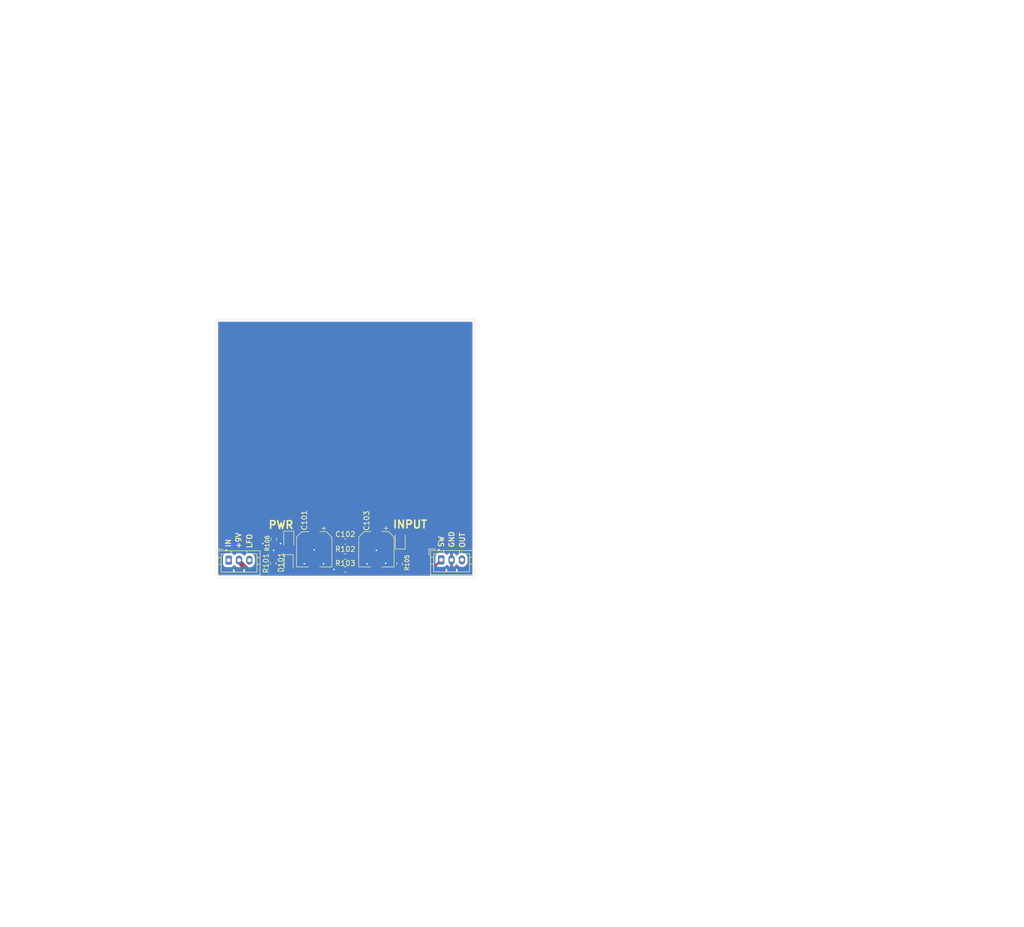
<source format=kicad_pcb>
(kicad_pcb (version 20241229) (generator "pcbnew") (generator_version "9.0")
  (title_block (title "125B Full Board Setup") (rev "1.0"))
  (layers (0 "F.Cu" signal) (2 "B.Cu" signal) (13 "F.Paste" user) (15 "B.Paste" user) (5 "F.SilkS" user "F.Silkscreen") (7 "B.SilkS" user "B.Silkscreen") (1 "F.Mask" user) (3 "B.Mask" user) (25 "Edge.Cuts" user))
  (net 0 "")
  (net 1 "GND")
  (net 2 "+9VA")
  (net 3 "VREF")
  (net 4 "+9V")
  (net 5 "EFFECT_OUT")
  (net 6 "SWITCH")
  (net 7 "EFFECT_IN")
  (net 8 "/Board Basic Setup/INT_SWITCH_LED")
  (net 9 "/Board Basic Setup/INT_PWR_LED")
  (net 10 "Net-(D101-A)")
  (net 11 "SENSE")
  (footprint "Capacitor_SMD:C_0603_1608Metric" (layer "F.Cu") (at 110 117.9)
    (property "Reference" "C102" (at 0 -1.4 0) (layer "F.SilkS"))
    (property "Value" "100nF")
    (fp_line (start -0.14058 -0.51) (end 0.14058 -0.51) (stroke (width 0.12)) (layer "F.SilkS"))
    (fp_line (start -0.14058 0.51) (end 0.14058 0.51) (stroke (width 0.12)) (layer "F.SilkS"))
    (pad "1" smd roundrect (at -0.775 0) (size 0.9 0.95) (layers "F.Cu" "F.Mask" "F.Paste") (net 2 "+9VA"))
    (pad "2" smd roundrect (at 0.775 0) (size 0.9 0.95) (layers "F.Cu" "F.Mask" "F.Paste") (net 1 "GND"))
  )
  (footprint "Capacitor_SMD:CP_Elec_6.3x9.9" (layer "F.Cu") (at 116 119.4 -90)
    (property "Reference" "C103" (at -5.5 1.9 270) (layer "F.SilkS"))
    (property "Value" "100uF")
    (fp_line (start -2.345563 3.41) (end 3.41 3.41) (stroke (width 0.12)) (layer "F.SilkS"))
    (fp_line (start 3.41 3.41) (end 3.41 1.06) (stroke (width 0.12)) (layer "F.SilkS"))
    (fp_line (start -3.41 2.345563) (end -2.345563 3.41) (stroke (width 0.12)) (layer "F.SilkS"))
    (fp_line (start -3.41 2.345563) (end -3.41 1.06) (stroke (width 0.12)) (layer "F.SilkS"))
    (fp_line (start -4.4375 -1.8475) (end -3.65 -1.8475) (stroke (width 0.12)) (layer "F.SilkS"))
    (fp_line (start -4.04375 -2.24125) (end -4.04375 -1.45375) (stroke (width 0.12)) (layer "F.SilkS"))
    (fp_line (start -3.41 -2.345563) (end -3.41 -1.06) (stroke (width 0.12)) (layer "F.SilkS"))
    (fp_line (start -3.41 -2.345563) (end -2.345563 -3.41) (stroke (width 0.12)) (layer "F.SilkS"))
    (fp_line (start -2.345563 -3.41) (end 3.41 -3.41) (stroke (width 0.12)) (layer "F.SilkS"))
    (fp_line (start 3.41 -3.41) (end 3.41 -1.06) (stroke (width 0.12)) (layer "F.SilkS"))
    (pad "1" smd roundrect (at -2.8 0 270) (size 3.5 1.6) (layers "F.Cu" "F.Mask" "F.Paste") (roundrect_rratio 0.15625) (net 3 "VREF"))
    (pad "2" smd roundrect (at 2.8 0 270) (size 3.5 1.6) (layers "F.Cu" "F.Mask" "F.Paste") (roundrect_rratio 0.15625) (net 1 "GND"))
  )
  (footprint "Diode_SMD:D_SOD-323" (layer "F.Cu") (at 99.1 122.05 -90)
    (property "Reference" "D101" (at -0.1 1.5 90) (layer "F.SilkS"))
    (property "Value" "1N5819")
    (fp_line (start -1.61 0.85) (end 1.05 0.85) (stroke (width 0.12)) (layer "F.SilkS"))
    (fp_line (start -1.61 -0.85) (end -1.61 0.85) (stroke (width 0.12)) (layer "F.SilkS"))
    (fp_line (start -1.61 -0.85) (end 1.05 -0.85) (stroke (width 0.12)) (layer "F.SilkS"))
    (pad "1" smd roundrect (at -1.05 0 270) (size 0.6 0.45) (layers "F.Cu" "F.Mask" "F.Paste") (net 2 "+9VA"))
    (pad "2" smd roundrect (at 1.05 0 270) (size 0.6 0.45) (layers "F.Cu" "F.Mask" "F.Paste") (net 10 "Net-(D101-A)"))
  )
  (footprint "Resistor_SMD:R_0603_1608Metric" (layer "F.Cu") (at 120.5 122.2 -90)
    (property "Reference" "R105" (at -0.2 -1.4 90) (layer "F.SilkS") (effects (font (size 0.8 0.8))))
    (property "Value" "4.7K")
    (fp_line (start -0.237258 0.5225) (end 0.237258 0.5225) (stroke (width 0.12)) (layer "F.SilkS"))
    (fp_line (start -0.237258 -0.5225) (end 0.237258 -0.5225) (stroke (width 0.12)) (layer "F.SilkS"))
    (pad "1" smd roundrect (at -0.825 0 270) (size 0.8 0.95) (layers "F.Cu" "F.Mask" "F.Paste") (net 8 "/Board Basic Setup/INT_SWITCH_LED"))
    (pad "2" smd roundrect (at 0.825 0 270) (size 0.8 0.95) (layers "F.Cu" "F.Mask" "F.Paste") (net 6 "SWITCH"))
  )
  (footprint "Resistor_SMD:R_0603_1608Metric" (layer "F.Cu") (at 110 123.3 180)
    (property "Reference" "R103" (at 0 1.2 0) (layer "F.SilkS"))
    (property "Value" "10k")
    (fp_line (start -0.237258 0.5225) (end 0.237258 0.5225) (stroke (width 0.12)) (layer "F.SilkS"))
    (fp_line (start -0.237258 -0.5225) (end 0.237258 -0.5225) (stroke (width 0.12)) (layer "F.SilkS"))
    (pad "1" smd roundrect (at -0.825 0 180) (size 0.8 0.95) (layers "F.Cu" "F.Mask" "F.Paste") (net 3 "VREF"))
    (pad "2" smd roundrect (at 0.825 0 180) (size 0.8 0.95) (layers "F.Cu" "F.Mask" "F.Paste") (net 1 "GND"))
  )
  (footprint "LED_SMD:LED_0805_2012Metric" (layer "F.Cu") (at 99.1 117.6 -90)
    (property "Reference" "D104" (hide yes))
    (property "Value" "LED")
    (property "Control" "PWR" (at -2.9 1.5 0) (layer "F.SilkS") (effects (font (size 1.5 1.5) (thickness 0.3))))
    (fp_line (start -1.685 0.96) (end 1 0.96) (stroke (width 0.12)) (layer "F.SilkS"))
    (fp_line (start -1.685 -0.96) (end -1.685 0.96) (stroke (width 0.12)) (layer "F.SilkS"))
    (fp_line (start 1 -0.96) (end -1.685 -0.96) (stroke (width 0.12)) (layer "F.SilkS"))
    (pad "1" smd roundrect (at -0.9375 0 270) (size 0.975 1.4) (layers "F.Cu" "F.Mask" "F.Paste") (net 9 "/Board Basic Setup/INT_PWR_LED"))
    (pad "2" smd roundrect (at 0.9375 0 270) (size 0.975 1.4) (layers "F.Cu" "F.Mask" "F.Paste") (net 2 "+9VA"))
  )
  (footprint "Capacitor_SMD:CP_Elec_6.3x5.9" (layer "F.Cu") (at 104 119.4 -90)
    (property "Reference" "C101" (at -5.6 1.9 270) (layer "F.SilkS"))
    (property "Value" "100uF")
    (fp_line (start -2.345563 3.41) (end 3.41 3.41) (stroke (width 0.12)) (layer "F.SilkS"))
    (fp_line (start 3.41 3.41) (end 3.41 1.06) (stroke (width 0.12)) (layer "F.SilkS"))
    (fp_line (start -3.41 2.345563) (end -2.345563 3.41) (stroke (width 0.12)) (layer "F.SilkS"))
    (fp_line (start -3.41 2.345563) (end -3.41 1.06) (stroke (width 0.12)) (layer "F.SilkS"))
    (fp_line (start -4.4375 -1.8475) (end -3.65 -1.8475) (stroke (width 0.12)) (layer "F.SilkS"))
    (fp_line (start -4.04375 -2.24125) (end -4.04375 -1.45375) (stroke (width 0.12)) (layer "F.SilkS"))
    (fp_line (start -3.41 -2.345563) (end -3.41 -1.06) (stroke (width 0.12)) (layer "F.SilkS"))
    (fp_line (start -3.41 -2.345563) (end -2.345563 -3.41) (stroke (width 0.12)) (layer "F.SilkS"))
    (fp_line (start -2.345563 -3.41) (end 3.41 -3.41) (stroke (width 0.12)) (layer "F.SilkS"))
    (fp_line (start 3.41 -3.41) (end 3.41 -1.06) (stroke (width 0.12)) (layer "F.SilkS"))
    (pad "1" smd roundrect (at -2.8 0 270) (size 3.5 1.6) (layers "F.Cu" "F.Mask" "F.Paste") (roundrect_rratio 0.15625) (net 2 "+9VA"))
    (pad "2" smd roundrect (at 2.8 0 270) (size 3.5 1.6) (layers "F.Cu" "F.Mask" "F.Paste") (roundrect_rratio 0.15625) (net 1 "GND"))
  )
  (footprint "Resistor_SMD:R_0603_1608Metric" (layer "F.Cu") (at 96.1 122.1 -90)
    (property "Reference" "R101" (at 0 1.4 90) (layer "F.SilkS"))
    (property "Value" "10R")
    (fp_line (start -0.237258 0.5225) (end 0.237258 0.5225) (stroke (width 0.12)) (layer "F.SilkS"))
    (fp_line (start -0.237258 -0.5225) (end 0.237258 -0.5225) (stroke (width 0.12)) (layer "F.SilkS"))
    (pad "1" smd roundrect (at -0.825 0 270) (size 0.8 0.95) (layers "F.Cu" "F.Mask" "F.Paste") (net 10 "Net-(D101-A)"))
    (pad "2" smd roundrect (at 0.825 0 270) (size 0.8 0.95) (layers "F.Cu" "F.Mask" "F.Paste") (net 4 "+9V"))
  )
  (footprint "LED_SMD:LED_0805_2012Metric" (layer "F.Cu") (at 120.6 117.6625 90)
    (property "Reference" "D103" (hide yes))
    (property "Value" "LED")
    (fp_line (start 1 -0.96) (end -1.685 -0.96) (stroke (width 0.12)) (layer "F.SilkS"))
    (fp_line (start -1.685 -0.96) (end -1.685 0.96) (stroke (width 0.12)) (layer "F.SilkS"))
    (fp_line (start -1.685 0.96) (end 1 0.96) (stroke (width 0.12)) (layer "F.SilkS"))
    (pad "1" smd roundrect (at -0.9375 0 90) (size 0.975 1.4) (layers "F.Cu" "F.Mask" "F.Paste") (net 8 "/Board Basic Setup/INT_SWITCH_LED"))
    (pad "2" smd roundrect (at 0.9375 0 90) (size 0.975 1.4) (layers "F.Cu" "F.Mask" "F.Paste") (net 3 "VREF"))
  )
  (footprint "Resistor_SMD:R_0603_1608Metric" (layer "F.Cu") (at 96.2 117.5 -90)
    (property "Reference" "R106" (at 0.75 1.25 90) (layer "F.SilkS") (effects (font (size 0.8 0.8))))
    (property "Value" "10k")
    (fp_line (start -0.237258 0.5225) (end 0.237258 0.5225) (stroke (width 0.12)) (layer "F.SilkS"))
    (fp_line (start -0.237258 -0.5225) (end 0.237258 -0.5225) (stroke (width 0.12)) (layer "F.SilkS"))
    (pad "1" smd roundrect (at -0.825 0 270) (size 0.8 0.95) (layers "F.Cu" "F.Mask" "F.Paste") (net 9 "/Board Basic Setup/INT_PWR_LED"))
    (pad "2" smd roundrect (at 0.825 0 270) (size 0.8 0.95) (layers "F.Cu" "F.Mask" "F.Paste") (net 1 "GND"))
  )
  (footprint "Resistor_SMD:R_0603_1608Metric" (layer "F.Cu") (at 110 120.8)
    (property "Reference" "R102" (at 0 -1.43 0) (layer "F.SilkS"))
    (property "Value" "10k")
    (fp_line (start -0.237258 -0.5225) (end 0.237258 -0.5225) (stroke (width 0.12)) (layer "F.SilkS"))
    (fp_line (start -0.237258 0.5225) (end 0.237258 0.5225) (stroke (width 0.12)) (layer "F.SilkS"))
    (pad "1" smd roundrect (at -0.825 0) (size 0.8 0.95) (layers "F.Cu" "F.Mask" "F.Paste") (net 2 "+9VA"))
    (pad "2" smd roundrect (at 0.825 0) (size 0.8 0.95) (layers "F.Cu" "F.Mask" "F.Paste") (net 3 "VREF"))
  )
  (footprint "Connector_JST:JST_PH_B3B-PH-K_1x03_P2.00mm_Vertical" (layer "F.Cu") (at 128.5 121.45)
    (property "Reference" "J102" (hide yes))
    (property "Value" "Conn_01x03_Socket")
    (fp_line (start -2.36 -2.11) (end -2.36 -0.86) (stroke (width 0.12)) (layer "F.SilkS"))
    (fp_line (start -2.06 -1.81) (end -2.06 2.91) (stroke (width 0.12)) (layer "F.SilkS"))
    (fp_line (start -2.06 -0.5) (end -1.45 -0.5) (stroke (width 0.12)) (layer "F.SilkS"))
    (fp_line (start -2.06 0.8) (end -1.45 0.8) (stroke (width 0.12)) (layer "F.SilkS"))
    (fp_line (start -2.06 2.91) (end 6.06 2.91) (stroke (width 0.12)) (layer "F.SilkS"))
    (fp_line (start -1.45 -1.2) (end -1.45 2.3) (stroke (width 0.12)) (layer "F.SilkS"))
    (fp_line (start -1.45 2.3) (end 5.45 2.3) (stroke (width 0.12)) (layer "F.SilkS"))
    (fp_line (start -1.11 -2.11) (end -2.36 -2.11) (stroke (width 0.12)) (layer "F.SilkS"))
    (fp_line (start -0.6 -2.01) (end -0.6 -1.81) (stroke (width 0.12)) (layer "F.SilkS"))
    (fp_line (start -0.3 -2.01) (end -0.6 -2.01) (stroke (width 0.12)) (layer "F.SilkS"))
    (fp_line (start -0.3 -1.91) (end -0.6 -1.91) (stroke (width 0.12)) (layer "F.SilkS"))
    (fp_line (start -0.3 -1.81) (end -0.3 -2.01) (stroke (width 0.12)) (layer "F.SilkS"))
    (fp_line (start 0.5 -1.81) (end 0.5 -1.2) (stroke (width 0.12)) (layer "F.SilkS"))
    (fp_line (start 0.5 -1.2) (end -1.45 -1.2) (stroke (width 0.12)) (layer "F.SilkS"))
    (fp_line (start 0.9 1.8) (end 1.1 1.8) (stroke (width 0.12)) (layer "F.SilkS"))
    (fp_line (start 0.9 2.3) (end 0.9 1.8) (stroke (width 0.12)) (layer "F.SilkS"))
    (fp_line (start 1 2.3) (end 1 1.8) (stroke (width 0.12)) (layer "F.SilkS"))
    (fp_line (start 1.1 1.8) (end 1.1 2.3) (stroke (width 0.12)) (layer "F.SilkS"))
    (fp_line (start 2.9 1.8) (end 3.1 1.8) (stroke (width 0.12)) (layer "F.SilkS"))
    (fp_line (start 2.9 2.3) (end 2.9 1.8) (stroke (width 0.12)) (layer "F.SilkS"))
    (fp_line (start 3 2.3) (end 3 1.8) (stroke (width 0.12)) (layer "F.SilkS"))
    (fp_line (start 3.1 1.8) (end 3.1 2.3) (stroke (width 0.12)) (layer "F.SilkS"))
    (fp_line (start 3.5 -1.2) (end 3.5 -1.81) (stroke (width 0.12)) (layer "F.SilkS"))
    (fp_line (start 5.45 -1.2) (end 3.5 -1.2) (stroke (width 0.12)) (layer "F.SilkS"))
    (fp_line (start 5.45 2.3) (end 5.45 -1.2) (stroke (width 0.12)) (layer "F.SilkS"))
    (fp_line (start 6.06 -1.81) (end -2.06 -1.81) (stroke (width 0.12)) (layer "F.SilkS"))
    (fp_line (start 6.06 -0.5) (end 5.45 -0.5) (stroke (width 0.12)) (layer "F.SilkS"))
    (fp_line (start 6.06 0.8) (end 5.45 0.8) (stroke (width 0.12)) (layer "F.SilkS"))
    (fp_line (start 6.06 2.91) (end 6.06 -1.81) (stroke (width 0.12)) (layer "F.SilkS"))
    (pad "1" thru_hole roundrect (at 0 0) (size 1.2 1.75) (drill 0.75) (layers "*.Cu" "*.Mask") (roundrect_rratio 0.208333) (net 6 "SWITCH"))
    (pad "2" thru_hole oval (at 2 0) (size 1.2 1.75) (drill 0.75) (layers "*.Cu" "*.Mask") (net 1 "GND"))
    (pad "3" thru_hole oval (at 4 0) (size 1.2 1.75) (drill 0.75) (layers "*.Cu" "*.Mask") (net 5 "EFFECT_OUT"))
  )
  (footprint "Connector_JST:JST_PH_B3B-PH-K_1x03_P2.00mm_Vertical" (layer "F.Cu") (at 87.5 121.5)
    (property "Reference" "J101" (hide yes))
    (property "Value" "Conn_01x03_Socket")
    (fp_line (start -2.36 -2.11) (end -2.36 -0.86) (stroke (width 0.12)) (layer "F.SilkS"))
    (fp_line (start -2.06 -1.81) (end -2.06 2.91) (stroke (width 0.12)) (layer "F.SilkS"))
    (fp_line (start -2.06 -0.5) (end -1.45 -0.5) (stroke (width 0.12)) (layer "F.SilkS"))
    (fp_line (start -2.06 0.8) (end -1.45 0.8) (stroke (width 0.12)) (layer "F.SilkS"))
    (fp_line (start -2.06 2.91) (end 6.06 2.91) (stroke (width 0.12)) (layer "F.SilkS"))
    (fp_line (start -1.45 -1.2) (end -1.45 2.3) (stroke (width 0.12)) (layer "F.SilkS"))
    (fp_line (start -1.45 2.3) (end 5.45 2.3) (stroke (width 0.12)) (layer "F.SilkS"))
    (fp_line (start -1.11 -2.11) (end -2.36 -2.11) (stroke (width 0.12)) (layer "F.SilkS"))
    (fp_line (start -0.6 -2.01) (end -0.6 -1.81) (stroke (width 0.12)) (layer "F.SilkS"))
    (fp_line (start -0.3 -2.01) (end -0.6 -2.01) (stroke (width 0.12)) (layer "F.SilkS"))
    (fp_line (start -0.3 -1.91) (end -0.6 -1.91) (stroke (width 0.12)) (layer "F.SilkS"))
    (fp_line (start -0.3 -1.81) (end -0.3 -2.01) (stroke (width 0.12)) (layer "F.SilkS"))
    (fp_line (start 0.5 -1.81) (end 0.5 -1.2) (stroke (width 0.12)) (layer "F.SilkS"))
    (fp_line (start 0.5 -1.2) (end -1.45 -1.2) (stroke (width 0.12)) (layer "F.SilkS"))
    (fp_line (start 0.9 1.8) (end 1.1 1.8) (stroke (width 0.12)) (layer "F.SilkS"))
    (fp_line (start 0.9 2.3) (end 0.9 1.8) (stroke (width 0.12)) (layer "F.SilkS"))
    (fp_line (start 1 2.3) (end 1 1.8) (stroke (width 0.12)) (layer "F.SilkS"))
    (fp_line (start 1.1 1.8) (end 1.1 2.3) (stroke (width 0.12)) (layer "F.SilkS"))
    (fp_line (start 2.9 1.8) (end 3.1 1.8) (stroke (width 0.12)) (layer "F.SilkS"))
    (fp_line (start 2.9 2.3) (end 2.9 1.8) (stroke (width 0.12)) (layer "F.SilkS"))
    (fp_line (start 3 2.3) (end 3 1.8) (stroke (width 0.12)) (layer "F.SilkS"))
    (fp_line (start 3.1 1.8) (end 3.1 2.3) (stroke (width 0.12)) (layer "F.SilkS"))
    (fp_line (start 3.5 -1.2) (end 3.5 -1.81) (stroke (width 0.12)) (layer "F.SilkS"))
    (fp_line (start 5.45 -1.2) (end 3.5 -1.2) (stroke (width 0.12)) (layer "F.SilkS"))
    (fp_line (start 5.45 2.3) (end 5.45 -1.2) (stroke (width 0.12)) (layer "F.SilkS"))
    (fp_line (start 6.06 -1.81) (end -2.06 -1.81) (stroke (width 0.12)) (layer "F.SilkS"))
    (fp_line (start 6.06 -0.5) (end 5.45 -0.5) (stroke (width 0.12)) (layer "F.SilkS"))
    (fp_line (start 6.06 0.8) (end 5.45 0.8) (stroke (width 0.12)) (layer "F.SilkS"))
    (fp_line (start 6.06 2.91) (end 6.06 -1.81) (stroke (width 0.12)) (layer "F.SilkS"))
    (pad "1" thru_hole roundrect (at 0 0) (size 1.2 1.75) (drill 0.75) (layers "*.Cu" "*.Mask") (roundrect_rratio 0.208333) (net 7 "EFFECT_IN"))
    (pad "2" thru_hole oval (at 2 0) (size 1.2 1.75) (drill 0.75) (layers "*.Cu" "*.Mask") (net 4 "+9V"))
    (pad "3" thru_hole oval (at 4 0) (size 1.2 1.75) (drill 0.75) (layers "*.Cu" "*.Mask") (net 11 "SENSE"))
  )
  (gr_rect (start 85 75) (end 135 125) (stroke (width 0.05)) (fill no) (layer "Edge.Cuts"))
  (gr_text "+9V" (at 90 119.4 90) (layer "F.SilkS") (effects (font (size 1 1) (thickness 0.2) (bold yes)) (justify left bottom)))
  (gr_text "SW" (at 129.1 119.1 90) (layer "F.SilkS") (effects (font (size 1 1) (thickness 0.2) (bold yes)) (justify left bottom)))
  (gr_text "IN" (at 88 119.1 90) (layer "F.SilkS") (effects (font (size 1 1) (thickness 0.2) (bold yes)) (justify left bottom)))
  (gr_text "LFO" (at 92.1 119.3 90) (layer "F.SilkS") (effects (font (size 1 1) (thickness 0.2) (bold yes)) (justify left bottom)))
  (gr_text "INPUT" (at 122.5 114.6 0) (layer "F.SilkS") (effects (font (size 1.5 1.5) (thickness 0.3))))
  (gr_text "GND" (at 131.1 119.15 90) (layer "F.SilkS") (effects (font (size 1 1) (thickness 0.2) (bold yes)) (justify left bottom)))
  (gr_text "OUT" (at 133.15 119.2 90) (layer "F.SilkS") (effects (font (size 1 1) (thickness 0.2) (bold yes)) (justify left bottom)))
  (via (at 97.5 118.3) (size 0.6) (drill 0.3) (layers "F.Cu" "B.Cu") (net 1))
  (via (at 107.8 123.3) (size 0.6) (drill 0.3) (layers "F.Cu" "B.Cu") (net 1))
  (via (at 114.2 122.2) (size 0.6) (drill 0.3) (layers "F.Cu" "B.Cu") (net 1))
  (via (at 102.1 122.2) (size 0.6) (drill 0.3) (layers "F.Cu" "B.Cu") (net 1))
  (via (at 94.1 118.3) (size 0.6) (drill 0.3) (layers "F.Cu" "B.Cu") (net 1))
  (via (at 117.8 122.1) (size 0.6) (drill 0.3) (layers "F.Cu" "B.Cu") (net 1))
  (via (at 104 119.5) (size 0.6) (drill 0.3) (layers "F.Cu" "B.Cu") (net 1))
  (via (at 105.8 122.2) (size 0.6) (drill 0.3) (layers "F.Cu" "B.Cu") (net 1))
  (via (at 116 119.6) (size 0.6) (drill 0.3) (layers "F.Cu" "B.Cu") (net 1))
  (via (at 96.2 119.6) (size 0.6) (drill 0.3) (layers "F.Cu" "B.Cu") (net 1))
  (segment (start 109.225 117.9) (end 109.225 120.75) (width 1) (layer "F.Cu") (net 2))
  (segment (start 99.1 118.5375) (end 102.0625 118.5375) (width 1) (layer "F.Cu") (net 2))
  (segment (start 104 116.6) (end 105.3 117.9) (width 1) (layer "F.Cu") (net 2))
  (segment (start 99.1 118.5375) (end 99.1 121) (width 1) (layer "F.Cu") (net 2))
  (segment (start 102.0625 118.5375) (end 104 116.6) (width 1) (layer "F.Cu") (net 2))
  (segment (start 105.3 117.9) (end 109.225 117.9) (width 1) (layer "F.Cu") (net 2))
  (segment (start 109.225 120.75) (end 109.175 120.8) (width 1) (layer "F.Cu") (net 2))
  (segment (start 110.825 123.3) (end 110.825 120.8) (width 1) (layer "F.Cu") (net 3))
  (segment (start 111.8 120.8) (end 116 116.6) (width 1) (layer "F.Cu") (net 3))
  (segment (start 120.475 116.6) (end 120.6 116.725) (width 1) (layer "F.Cu") (net 3))
  (segment (start 110.825 120.8) (end 111.8 120.8) (width 1) (layer "F.Cu") (net 3))
  (segment (start 116 116.6) (end 120.475 116.6) (width 1) (layer "F.Cu") (net 3))
  (segment (start 91.724 123.999) (end 94.199 123.999) (width 1) (layer "F.Cu") (net 4))
  (segment (start 89.5 121.5) (end 89.5 121.775) (width 1) (layer "F.Cu") (net 4))
  (segment (start 95.273 122.925) (end 96.1 122.925) (width 1) (layer "F.Cu") (net 4))
  (segment (start 94.199 123.999) (end 95.273 122.925) (width 1) (layer "F.Cu") (net 4))
  (segment (start 89.5 121.775) (end 91.724 123.999) (width 1) (layer "F.Cu") (net 4))
  (segment (start 126.925 123.025) (end 128.5 121.45) (width 0.4) (layer "F.Cu") (net 6))
  (segment (start 120.5 123.025) (end 126.925 123.025) (width 0.4) (layer "F.Cu") (net 6))
  (segment (start 120.5 118.7) (end 120.6 118.6) (width 0.4) (layer "F.Cu") (net 8))
  (segment (start 120.5 121.375) (end 120.5 118.7) (width 0.4) (layer "F.Cu") (net 8))
  (segment (start 96.2 116.675) (end 99.0875 116.675) (width 0.4) (layer "F.Cu") (net 9))
  (segment (start 99.0875 116.675) (end 99.1 116.6625) (width 0.4) (layer "F.Cu") (net 9))
  (segment (start 96.1 121.275) (end 97.275 121.275) (width 1) (layer "F.Cu") (net 10))
  (segment (start 97.275 121.275) (end 99.1 123.1) (width 1) (layer "F.Cu") (net 10))
  (zone (net 2) (net_name "+9VA") (layer "F.Cu") (connect_pads (clearance 0.5)) (min_thickness 0.25) (fill yes (thermal_gap 0.5) (thermal_bridge_width 0.5))
    (polygon (pts (xy 98.3 114.7) (xy 109.6 114.7) (xy 110 115.1) (xy 110 121.5) (xy 98.5 121.5) (xy 98.3 121.3) (xy 98.3 117.9)))
  )
  (zone (net 1) (net_name "GND") (layers "F.Cu" "B.Cu") (priority 1) (connect_pads (clearance 0.5)) (min_thickness 0.25) (fill yes (thermal_gap 0.5) (thermal_bridge_width 0.5))
    (polygon (pts (xy 85 125) (xy 135 125) (xy 135.2 124.8) (xy 135.2 74.7) (xy 85.4 74.7) (xy 85 75.1)))
  )
)
</source>
